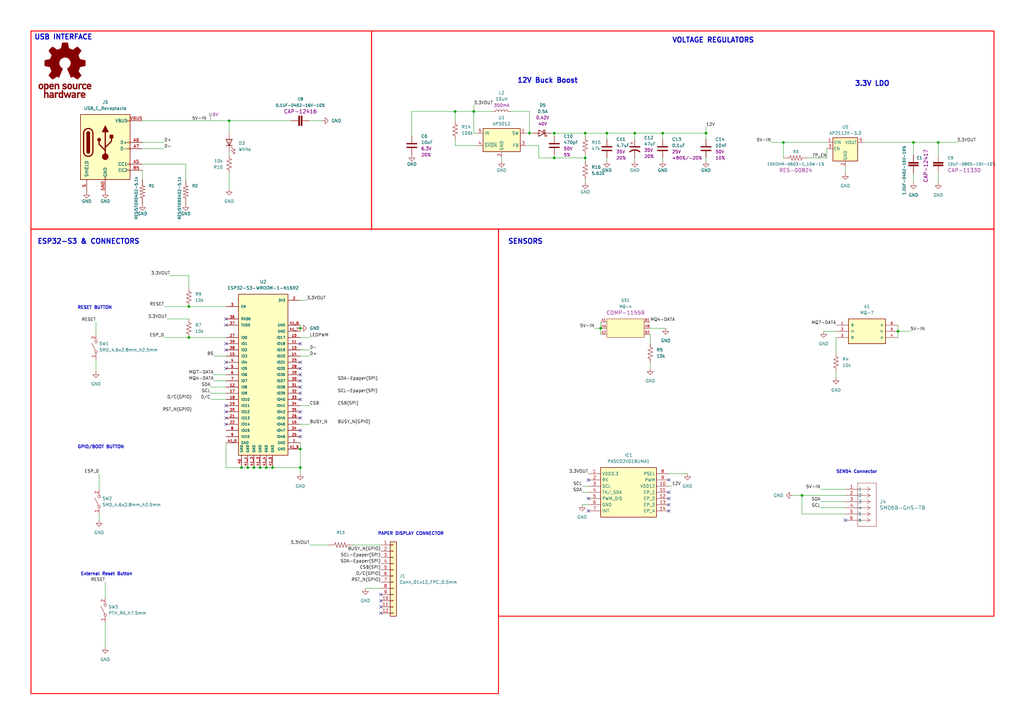
<source format=kicad_sch>
(kicad_sch (version 20230121) (generator eeschema)
  (paper "A3")
  (junction (at 186.69 45.72))
  (junction (at 321.31 58.42))
  (junction (at 123.19 191.77))
  (junction (at 374.65 58.42))
  (junction (at 106.68 191.77))
  (junction (at 368.3 135.89))
  (junction (at 217.17 54.61))
  (junction (at 77.47 138.43))
  (junction (at 123.19 134.62))
  (junction (at 289.56 54.61))
  (junction (at 248.92 54.61))
  (junction (at 109.22 191.77))
  (junction (at 227.33 54.61))
  (junction (at 77.47 125.73))
  (junction (at 111.76 191.77))
  (junction (at 101.6 191.77))
  (junction (at 384.81 58.42))
  (junction (at 328.93 203.2))
  (junction (at 240.03 64.77))
  (junction (at 260.35 54.61))
  (junction (at 194.31 45.72))
  (junction (at 93.98 49.53))
  (junction (at 123.19 184.15))
  (junction (at 104.14 191.77))
  (junction (at 227.33 64.77))
  (junction (at 240.03 54.61))
  (junction (at 246.38 134.62))
  (junction (at 271.78 54.61))
  (junction (at 99.06 191.77))
  (no_connect (at 156.21 251.46))
  (no_connect (at 274.32 209.55))
  (no_connect (at 92.71 166.37))
  (no_connect (at 274.32 201.93))
  (no_connect (at 274.32 207.01))
  (no_connect (at 92.71 140.97))
  (no_connect (at 92.71 133.35))
  (no_connect (at 123.19 151.13))
  (no_connect (at 92.71 148.59))
  (no_connect (at 92.71 173.99))
  (no_connect (at 156.21 243.84))
  (no_connect (at 92.71 151.13))
  (no_connect (at 123.19 156.21))
  (no_connect (at 123.19 153.67))
  (no_connect (at 123.19 176.53))
  (no_connect (at 92.71 130.81))
  (no_connect (at 274.32 196.85))
  (no_connect (at 123.19 171.45))
  (no_connect (at 156.21 248.92))
  (no_connect (at 123.19 158.75))
  (no_connect (at 123.19 161.29))
  (no_connect (at 123.19 140.97))
  (no_connect (at 241.3 196.85))
  (no_connect (at 92.71 168.91))
  (no_connect (at 241.3 209.55))
  (no_connect (at 123.19 148.59))
  (no_connect (at 274.32 204.47))
  (no_connect (at 92.71 143.51))
  (no_connect (at 346.71 213.36))
  (no_connect (at 241.3 204.47))
  (no_connect (at 156.21 246.38))
  (no_connect (at 92.71 171.45))
  (no_connect (at 123.19 168.91))
  (no_connect (at 123.19 179.07))
  (no_connect (at 123.19 163.83))
  (wire (pts (xy 101.6 191.77) (xy 104.14 191.77)))
  (wire (pts (xy 238.76 207.01) (xy 241.3 207.01)))
  (wire (pts (xy 271.78 57.15) (xy 271.78 54.61)))
  (wire (pts (xy 325.12 203.2) (xy 328.93 203.2)))
  (wire (pts (xy 76.2 67.31) (xy 76.2 73.66)))
  (wire (pts (xy 374.65 58.42) (xy 384.81 58.42)))
  (wire (pts (xy 339.09 64.77) (xy 331.47 64.77)))
  (wire (pts (xy 248.92 57.15) (xy 248.92 54.61)))
  (wire (pts (xy 67.31 138.43) (xy 77.47 138.43)))
  (wire (pts (xy 40.64 213.36) (xy 40.64 210.82)))
  (wire (pts (xy 384.81 58.42) (xy 392.43 58.42)))
  (wire (pts (xy 92.71 191.77) (xy 99.06 191.77)))
  (wire (pts (xy 93.98 49.53) (xy 119.38 49.53)))
  (wire (pts (xy 321.31 58.42) (xy 321.31 64.77)))
  (wire (pts (xy 238.76 201.93) (xy 241.3 201.93)))
  (wire (pts (xy 374.65 58.42) (xy 374.65 63.5)))
  (wire (pts (xy 87.63 156.21) (xy 92.71 156.21)))
  (wire (pts (xy 67.31 125.73) (xy 77.47 125.73)))
  (wire (pts (xy 123.19 133.35) (xy 123.19 134.62)))
  (wire (pts (xy 209.55 45.72) (xy 217.17 45.72)))
  (wire (pts (xy 58.42 49.53) (xy 93.98 49.53)))
  (wire (pts (xy 43.18 255.27) (xy 43.18 265.43)))
  (wire (pts (xy 274.32 194.31) (xy 281.94 194.31)))
  (wire (pts (xy 240.03 54.61) (xy 240.03 55.88)))
  (wire (pts (xy 123.19 146.05) (xy 127 146.05)))
  (wire (pts (xy 339.09 60.96) (xy 339.09 64.77)))
  (wire (pts (xy 227.33 54.61) (xy 227.33 55.88)))
  (wire (pts (xy 238.76 199.39) (xy 241.3 199.39)))
  (wire (pts (xy 328.93 210.82) (xy 346.71 210.82)))
  (wire (pts (xy 246.38 134.62) (xy 246.38 137.16)))
  (wire (pts (xy 275.59 199.39) (xy 274.32 199.39)))
  (wire (pts (xy 220.98 59.69) (xy 220.98 64.77)))
  (wire (pts (xy 186.69 57.15) (xy 186.69 59.69)))
  (wire (pts (xy 86.36 161.29) (xy 92.71 161.29)))
  (wire (pts (xy 289.56 54.61) (xy 271.78 54.61)))
  (wire (pts (xy 111.76 191.77) (xy 123.19 191.77)))
  (wire (pts (xy 336.55 208.28) (xy 346.71 208.28)))
  (wire (pts (xy 368.3 135.89) (xy 368.3 138.43)))
  (wire (pts (xy 69.85 113.03) (xy 77.47 113.03)))
  (wire (pts (xy 217.17 45.72) (xy 217.17 54.61)))
  (wire (pts (xy 58.42 69.85) (xy 58.42 73.66)))
  (wire (pts (xy 125.73 123.19) (xy 123.19 123.19)))
  (wire (pts (xy 226.06 54.61) (xy 227.33 54.61)))
  (wire (pts (xy 260.35 66.04) (xy 260.35 64.77)))
  (wire (pts (xy 243.84 134.62) (xy 246.38 134.62)))
  (wire (pts (xy 289.56 57.15) (xy 289.56 54.61)))
  (wire (pts (xy 127 138.43) (xy 123.19 138.43)))
  (wire (pts (xy 321.31 58.42) (xy 339.09 58.42)))
  (wire (pts (xy 260.35 54.61) (xy 248.92 54.61)))
  (wire (pts (xy 186.69 45.72) (xy 194.31 45.72)))
  (wire (pts (xy 384.81 71.12) (xy 384.81 74.93)))
  (wire (pts (xy 328.93 203.2) (xy 346.71 203.2)))
  (wire (pts (xy 194.31 43.18) (xy 194.31 45.72)))
  (wire (pts (xy 328.93 210.82) (xy 328.93 203.2)))
  (wire (pts (xy 374.65 71.12) (xy 374.65 74.93)))
  (wire (pts (xy 106.68 191.77) (xy 109.22 191.77)))
  (wire (pts (xy 149.86 241.3) (xy 156.21 241.3)))
  (wire (pts (xy 217.17 54.61) (xy 218.44 54.61)))
  (wire (pts (xy 40.64 194.31) (xy 40.64 200.66)))
  (wire (pts (xy 93.98 49.53) (xy 93.98 54.61)))
  (wire (pts (xy 43.18 238.76) (xy 43.18 245.11)))
  (wire (pts (xy 289.56 52.07) (xy 289.56 54.61)))
  (wire (pts (xy 227.33 63.5) (xy 227.33 64.77)))
  (wire (pts (xy 316.23 58.42) (xy 321.31 58.42)))
  (wire (pts (xy 123.19 173.99) (xy 127 173.99)))
  (wire (pts (xy 123.19 181.61) (xy 123.19 184.15)))
  (wire (pts (xy 168.91 45.72) (xy 186.69 45.72)))
  (wire (pts (xy 77.47 113.03) (xy 77.47 118.11)))
  (wire (pts (xy 168.91 55.88) (xy 168.91 45.72)))
  (wire (pts (xy 86.36 163.83) (xy 92.71 163.83)))
  (wire (pts (xy 266.7 134.62) (xy 273.05 134.62)))
  (wire (pts (xy 186.69 49.53) (xy 186.69 45.72)))
  (wire (pts (xy 93.98 77.47) (xy 93.98 71.12)))
  (wire (pts (xy 260.35 57.15) (xy 260.35 54.61)))
  (wire (pts (xy 220.98 64.77) (xy 227.33 64.77)))
  (wire (pts (xy 58.42 58.42) (xy 67.31 58.42)))
  (wire (pts (xy 77.47 125.73) (xy 92.71 125.73)))
  (wire (pts (xy 271.78 54.61) (xy 260.35 54.61)))
  (wire (pts (xy 337.82 135.89) (xy 342.9 135.89)))
  (wire (pts (xy 342.9 152.4) (xy 342.9 154.94)))
  (wire (pts (xy 194.31 45.72) (xy 194.31 54.61)))
  (wire (pts (xy 205.74 66.04) (xy 205.74 64.77)))
  (wire (pts (xy 289.56 66.04) (xy 289.56 64.77)))
  (wire (pts (xy 266.7 137.16) (xy 266.7 140.97)))
  (wire (pts (xy 99.06 191.77) (xy 101.6 191.77)))
  (wire (pts (xy 109.22 191.77) (xy 111.76 191.77)))
  (wire (pts (xy 123.19 143.51) (xy 127 143.51)))
  (wire (pts (xy 217.17 54.61) (xy 215.9 54.61)))
  (wire (pts (xy 215.9 59.69) (xy 220.98 59.69)))
  (wire (pts (xy 87.63 146.05) (xy 92.71 146.05)))
  (wire (pts (xy 246.38 132.08) (xy 246.38 134.62)))
  (wire (pts (xy 104.14 191.77) (xy 106.68 191.77)))
  (wire (pts (xy 248.92 66.04) (xy 248.92 64.77)))
  (wire (pts (xy 123.19 166.37) (xy 127 166.37)))
  (wire (pts (xy 227.33 54.61) (xy 240.03 54.61)))
  (wire (pts (xy 266.7 148.59) (xy 266.7 151.13)))
  (wire (pts (xy 368.3 135.89) (xy 373.38 135.89)))
  (wire (pts (xy 39.37 132.08) (xy 39.37 137.16)))
  (wire (pts (xy 271.78 66.04) (xy 271.78 64.77)))
  (wire (pts (xy 87.63 153.67) (xy 92.71 153.67)))
  (wire (pts (xy 127 223.52) (xy 134.62 223.52)))
  (wire (pts (xy 368.3 133.35) (xy 368.3 135.89)))
  (wire (pts (xy 384.81 58.42) (xy 384.81 63.5)))
  (wire (pts (xy 123.19 134.62) (xy 123.19 135.89)))
  (wire (pts (xy 336.55 205.74) (xy 346.71 205.74)))
  (wire (pts (xy 248.92 54.61) (xy 240.03 54.61)))
  (wire (pts (xy 227.33 64.77) (xy 240.03 64.77)))
  (wire (pts (xy 240.03 66.04) (xy 240.03 64.77)))
  (wire (pts (xy 68.58 130.81) (xy 77.47 130.81)))
  (wire (pts (xy 342.9 138.43) (xy 342.9 144.78)))
  (wire (pts (xy 39.37 147.32) (xy 39.37 152.4)))
  (wire (pts (xy 123.19 184.15) (xy 123.19 191.77)))
  (wire (pts (xy 123.19 191.77) (xy 123.19 194.31)))
  (wire (pts (xy 144.78 223.52) (xy 156.21 223.52)))
  (wire (pts (xy 186.69 59.69) (xy 195.58 59.69)))
  (wire (pts (xy 127 49.53) (xy 132.08 49.53)))
  (wire (pts (xy 77.47 138.43) (xy 92.71 138.43)))
  (wire (pts (xy 58.42 67.31) (xy 76.2 67.31)))
  (wire (pts (xy 194.31 45.72) (xy 201.93 45.72)))
  (wire (pts (xy 195.58 54.61) (xy 194.31 54.61)))
  (wire (pts (xy 86.36 158.75) (xy 92.71 158.75)))
  (wire (pts (xy 58.42 60.96) (xy 67.31 60.96)))
  (wire (pts (xy 240.03 64.77) (xy 240.03 63.5)))
  (wire (pts (xy 346.71 68.58) (xy 346.71 71.12)))
  (wire (pts (xy 93.98 63.5) (xy 93.98 62.23)))
  (wire (pts (xy 240.03 74.93) (xy 240.03 73.66)))
  (wire (pts (xy 336.55 200.66) (xy 346.71 200.66)))
  (wire (pts (xy 354.33 58.42) (xy 374.65 58.42)))
  (wire (pts (xy 92.71 181.61) (xy 92.71 191.77)))
  (rectangle (start 12.7 12.7) (end 152.4 93.98) (stroke (width 0.381) (color 255 0 0 1)))
  (rectangle (start 152.4 12.7) (end 407.67 93.98) (stroke (width 0.381) (color 255 0 0 1)))
  (rectangle (start 204.47 93.98) (end 407.67 252.73) (stroke (width 0.381) (color 255 0 0 1)))
  (rectangle (start 12.7 93.98) (end 204.47 284.48) (stroke (width 0.381) (color 255 0 0 1)))
  (text "ESP32-S3 & CONNECTORS\n" (at 15.24 100.33 0) (effects (font (size 2.032 2.032) (thickness 0.4064) bold) (justify left bottom)))
  (text "SENSORS" (at 208.28 100.33 0) (effects (font (size 2.032 2.032) (thickness 0.4064) bold) (justify left bottom)))
  (text "RESET BUTTON\n" (at 31.75 127 0) (effects (font (size 1.27 1.27) (thickness 0.254) bold) (justify left bottom)))
  (text "PAPER DISPLAY CONNECTOR" (at 154.94 219.71 0) (effects (font (size 1.27 1.27) (thickness 0.254) bold) (justify left bottom)))
  (text "External Reset Button" (at 33.02 236.22 0) (effects (font (size 1.27 1.27) (thickness 0.254) bold) (justify left bottom)))
  (text "SEN54 Connector" (at 342.9 194.31 0) (effects (font (size 1.27 1.27) (thickness 0.254) bold) (justify left bottom)))
  (text "VOLTAGE REGULATORS" (at 275.59 17.78 0) (effects (font (size 2.032 2.032) (thickness 0.4064) bold) (justify left bottom)))
  (text "USB INTERFACE" (at 13.97 16.51 0) (effects (font (size 2.032 2.032) (thickness 0.4064) bold) (justify left bottom)))
  (text "12V Buck Boost" (at 212.09 34.29 0) (effects (font (size 2.032 2.032) (thickness 0.4064) bold) (justify left bottom)))
  (text "3.3V LDO " (at 350.52 35.56 0) (effects (font (size 2.032 2.032) (thickness 0.4064) bold) (justify left bottom)))
  (text "GPIO/BOOT BUTTON" (at 31.75 184.15 0) (effects (font (size 1.27 1.27) (thickness 0.254) bold) (justify left bottom)))
  (label "SDA-Epaper(SPI)" (at 156.21 231.14 180))
  (label "BS" (at 87.63 146.05 180))
  (label "CSB" (at 127 166.37 0))
  (label "3.3VOUT" (at 127 223.52 180))
  (label "3.3VOUT" (at 68.58 130.81 180))
  (label "ESP_0" (at 67.31 138.43 180))
  (label "D{slash}C(GPIO)" (at 78.74 163.83 180))
  (label "SDA" (at 86.36 158.75 180))
  (label "5V-IN" (at 243.84 134.62 180))
  (label "MQ4-DATA" (at 266.7 132.08 0))
  (label "D+" (at 127 146.05 0))
  (label "BUSY_N(GPIO)" (at 138.43 173.99 0))
  (label "5V-IN" (at 336.55 200.66 180))
  (label "SCL" (at 86.36 161.29 180))
  (label "3.3VOUT" (at 69.85 113.03 180))
  (label "5V-IN" (at 316.23 58.42 180))
  (label "3.3VOUT" (at 392.43 58.42 0))
  (label "BUSY_N" (at 127 173.99 0))
  (label "D-" (at 127 143.51 0))
  (label "D{slash}C" (at 86.36 163.83 180))
  (label "SDA" (at 336.55 205.74 180))
  (label "D{slash}C(GPIO)" (at 156.21 236.22 180))
  (label "SDA" (at 238.76 201.93 180))
  (label "SDA-Epaper(SPI)" (at 138.43 156.21 0))
  (label "RST_N(GPIO)" (at 156.21 238.76 180))
  (label "SCL-Epaper(SPI)" (at 138.43 161.29 0))
  (label "RESET" (at 43.18 238.76 180))
  (label "ESP_0" (at 40.64 194.31 180))
  (label "CSB(SPI)" (at 138.43 166.37 0))
  (label "D-" (at 67.31 60.96 0))
  (label "5V-IN" (at 373.38 135.89 0))
  (label "SCL" (at 336.55 208.28 180))
  (label "12V" (at 275.59 199.39 0))
  (label "CSB(SPI)" (at 156.21 233.68 180))
  (label "3.3VOUT" (at 194.31 43.18 0))
  (label "MQ7-DATA" (at 87.63 153.67 180))
  (label "RST_N(GPIO)" (at 78.74 168.91 180))
  (label "RESET" (at 39.37 132.08 180))
  (label "3.3VOUT" (at 125.73 123.19 0))
  (label "3.3VOUT" (at 241.3 194.31 180))
  (label "5V-IN" (at 78.74 49.53 0))
  (label "TP_EN" (at 339.09 64.77 180))
  (label "SCL" (at 238.76 199.39 180))
  (label "MQ4-DATA" (at 87.63 156.21 180))
  (label "D+" (at 67.31 58.42 0))
  (label "RESET" (at 67.31 125.73 180))
  (label "MQ7-DATA" (at 342.9 133.35 180))
  (label "BUSY_N(GPIO)" (at 156.21 226.06 180))
  (label "12V" (at 289.56 52.07 0))
  (label "SCL-Epaper(SPI)" (at 156.21 228.6 180))
  (label "LEDPWM" (at 127 138.43 0))
  (netclass_flag "" (length 2.54) (shape round) (at 86.36 49.53 0) (property "Netclass" "5V" (at 87.0585 46.99 0) (effects (font italic) (justify left))))
  (symbol (lib_id "SparkFun-PowerSymbol:GND") (at 260.35 66.04 0) (unit 1)
    (property "Reference" "#PWR036" (effects hide))
    (property "Value" "GND" (at 260.35 69.85 0))
  )
  (symbol (lib_id "SparkFun-Resistors:10KOHM-0603-1_10W-1%") (at 326.39 64.77 0) (unit 1)
    (property "Reference" "R3" (at 326.39 62.23 0) (effects (font (size 1.143 1.143))))
    (property "Value" "10KOHM-0603-1_10W-1%" (at 326.39 67.31 0) (effects (font (size 1.143 1.143))))
    (property "Footprint" "0603" (effects hide))
    (property "Manufacturer PN" "RES-00824" (at 326.39 69.85 0) (effects (font (size 1.524 1.524))))
  )
  (symbol (lib_id "SparkFun-Capacitors:1.0UF-0402-16V-10%") (at 374.65 68.58 0) (unit 1)
    (property "Reference" "C1" (at 375.92 64.77 0) (effects (font (size 1.143 1.143)) (justify left)))
    (property "Value" "1.0UF-0402-16V-10%" (at 370.84 80.01 90) (effects (font (size 1.143 1.143)) (justify left)))
    (property "Footprint" "0402" (effects hide))
    (property "Manufacturer PN" "CAP-12417" (at 379.73 74.93 90) (effects (font (size 1.524 1.524)) (justify left)))
  )
  (symbol (lib_id "PASCO2V01BUMA1:PASCO2V01BUMA1") (at 241.3 194.31 0) (unit 1)
    (property "Reference" "IC1" (at 257.81 186.69 0))
    (property "Value" "PASCO2V01BUMA1" (at 257.81 189.23 0))
    (property "Footprint" "PASCO2V01BUMA1" (effects hide))
    (property "Datasheet" "https://www.infineon.com/dgdl/Infineon-PASCO2V01-DataSheet-v01_00-EN.pdf?fileId=8ac78c8c80027ecd01809278f1af1ba2" (effects hide))
    (property "Height" "7.68" (effects hide))
    (property "Manufacturer_Name" "Infineon" (effects hide))
    (property "Manufacturer_Part_Number" "PASCO2V01BUMA1" (effects hide))
    (property "Mouser Part Number" "726-PASCO2V01BUMA1" (effects hide))
    (property "Mouser Price/Stock" "https://www.mouser.co.uk/ProductDetail/Infineon-Technologies/PASCO2V01BUMA1?qs=tlsG%2FOw5FFi%2F2GzH4aKc4g%3D%3D" (effects hide))
    (property "Arrow Part Number" "PASCO2V01BUMA1" (effects hide))
    (property "Arrow Price/Stock" "https://www.arrow.com/en/products/pasco2v01buma1/infineon-technologies-ag?region=nac" (effects hide))
  )
  (symbol (lib_id "SparkFun-Capacitor:0.1uF_0603_25V_20%") (at 271.78 60.96 0) (unit 1)
    (property "Reference" "C13" (at 275.59 57.15 0) (effects (justify left)))
    (property "Value" "0.1uF" (at 275.59 59.69 0) (effects (justify left)))
    (property "Footprint" "SparkFun-Capacitor:C_0603_1608Metric" (effects hide))
    (property "Datasheet" "https://cdn.sparkfun.com/assets/8/a/4/a/5/Kemet_Capacitor_Datasheet.pdf" (effects hide))
    (property "PROD_ID" "CAP-00810" (effects hide))
    (property "Voltage" "25V" (at 275.59 62.23 0) (effects (justify left)))
    (property "Tolerance" "+80%/-20%" (at 275.59 64.77 0) (effects (justify left)))
  )
  (symbol (lib_id "SparkFun-Switch:SPST_Momentary_PTH_RA_h7.5mm") (at 43.18 250.19 90) (unit 1)
    (property "Reference" "SW3" (at 44.45 248.92 90) (effects (justify right)))
    (property "Value" "PTH_RA_h7.5mm" (at 44.45 251.46 90) (effects (justify right)))
    (property "Footprint" "SparkFun-Switch:Momentary_PTH_RA_8-020_h7.5mm" (effects hide))
    (property "PROD_ID" "SWCH-13896" (effects hide))
  )
  (symbol (lib_id "SparkFun-DiscreteSemi:D_Schottky_0.5A_40V_0.42V") (at 222.25 54.61 180) (unit 1)
    (property "Reference" "D5" (at 222.5675 43.18 0))
    (property "Value" "0.5A" (at 222.5675 45.72 0))
    (property "Footprint" "SparkFun-Semiconductor-Standard:SOD-323" (effects hide))
    (property "Datasheet" "https://assets.nexperia.com/documents/data-sheet/PMEG4005EJ.pdf" (effects hide))
    (property "PROD_ID" "DIO-10955" (effects hide))
    (property "VDrop" "0.42V" (at 222.5675 48.26 0))
    (property "VMax" "40V" (at 222.5675 50.8 0))
  )
  (symbol (lib_id "SparkFun-PowerSymbol:GND") (at 248.92 66.04 0) (unit 1)
    (property "Reference" "#PWR035" (effects hide))
    (property "Value" "GND" (at 248.92 69.85 0))
  )
  (symbol (lib_id "SparkFun-PowerSymbol:GND") (at 205.74 66.04 0) (unit 1)
    (property "Reference" "#PWR033" (effects hide))
    (property "Value" "GND" (at 205.74 69.85 0))
  )
  (symbol (lib_id "power:GND") (at 58.42 83.82 0) (unit 1)
    (property "Reference" "#PWR02" (effects hide))
    (property "Value" "GND" (at 58.42 87.63 0))
  )
  (symbol (lib_id "power:GND") (at 35.56 78.74 0) (unit 1)
    (property "Reference" "#PWR027" (effects hide))
    (property "Value" "GND" (at 35.56 82.55 0))
  )
  (symbol (lib_id "SparkFun-Resistor:10k_0402") (at 342.9 148.59 0) (unit 1)
    (property "Reference" "R4" (at 345.44 147.32 0) (effects (justify left)))
    (property "Value" "10k" (at 345.44 149.86 0) (effects (justify left)))
    (property "Footprint" "SparkFun-Resistor:R_0402_1005Metric" (effects hide))
    (property "Datasheet" "https://www.vishay.com/docs/20035/dcrcwe3.pdf" (effects hide))
    (property "PROD_ID" "RES-14241" (effects hide))
  )
  (symbol (lib_id "SparkFun-Aesthetic:OSHW_Logo") (at 26.67 33.02 0) (unit 1) (in_bom no)
    (property "Reference" "G1" (effects hide))
    (property "Value" "OSHW_Logo" (effects hide))
    (property "Footprint" "SparkFun-Aesthetic:Creative_Commons_License" (effects hide))
  )
  (symbol (lib_id "SparkFun-IC-Power:AP3012") (at 205.74 57.15 0) (unit 1)
    (property "Reference" "U1" (at 205.74 48.26 0))
    (property "Value" "AP3012" (at 205.74 50.8 0))
    (property "Footprint" "SparkFun-Semiconductor-Standard:SOT23-5" (effects hide))
    (property "Datasheet" "https://www.diodes.com/assets/Datasheets/AP3012.pdf" (effects hide))
    (property "PROD_ID" "VREG-13911" (effects hide))
  )
  (symbol (lib_id "SparkFun-Resistor:47k_0603") (at 240.03 59.69 90) (unit 1)
    (property "Reference" "R15" (at 242.57 58.42 90) (effects (justify right)))
    (property "Value" "47k" (at 242.57 60.96 90) (effects (justify right)))
    (property "Footprint" "SparkFun-Resistor:R_0603_1608Metric" (effects hide))
    (property "Datasheet" "https://www.vishay.com/docs/20035/dcrcwe3.pdf" (effects hide))
    (property "PROD_ID" "RES-07871" (effects hide))
  )
  (symbol (lib_id "power:GND") (at 43.18 265.43 0) (unit 1)
    (property "Reference" "#PWR08" (effects hide))
    (property "Value" "GND" (at 43.18 270.51 0))
  )
  (symbol (lib_id "power:GND") (at 40.64 213.36 0) (unit 1)
    (property "Reference" "#PWR029" (effects hide))
    (property "Value" "GND" (at 40.64 218.44 0))
  )
  (symbol (lib_id "power:GND") (at 76.2 83.82 0) (unit 1)
    (property "Reference" "#PWR03" (effects hide))
    (property "Value" "GND" (at 76.2 87.63 0))
  )
  (symbol (lib_id "power:GND") (at 123.19 134.62 90) (unit 1)
    (property "Reference" "#PWR021" (effects hide))
    (property "Value" "GND" (at 127 134.62 90) (effects (justify right)))
  )
  (symbol (lib_id "power:GND") (at 132.08 49.53 90) (unit 1)
    (property "Reference" "#PWR05" (effects hide))
    (property "Value" "GND" (at 135.89 49.53 90) (effects (justify right)))
  )
  (symbol (lib_id "SparkFun-Coil:10uH_0805_0.35A") (at 205.74 45.72 0) (unit 1)
    (property "Reference" "L2" (at 205.74 38.1 0))
    (property "Value" "10uH" (at 205.74 40.64 0))
    (property "Footprint" "SparkFun-Capacitor:C_0805_2012Metric" (effects hide))
    (property "PROD_ID" "NDUC-19198" (effects hide))
    (property "Current" "350mA" (at 205.74 43.18 0))
  )
  (symbol (lib_id "power:GND") (at 325.12 203.2 270) (unit 1)
    (property "Reference" "#PWR026" (effects hide))
    (property "Value" "GND" (at 321.31 203.2 90) (effects (justify right)))
  )
  (symbol (lib_id "SparkFun-PowerSymbol:GND") (at 240.03 74.93 0) (unit 1)
    (property "Reference" "#PWR034" (effects hide))
    (property "Value" "GND" (at 240.03 78.74 0))
  )
  (symbol (lib_id "SparkFun-Resistor:10k_0402") (at 93.98 67.31 180) (unit 1)
    (property "Reference" "R10" (at 91.44 68.58 0) (effects (justify left)))
    (property "Value" "10k" (at 91.44 66.04 0) (effects (justify left)))
    (property "Footprint" "SparkFun-Resistor:R_0402_1005Metric" (effects hide))
    (property "Datasheet" "https://www.vishay.com/docs/20035/dcrcwe3.pdf" (effects hide))
    (property "PROD_ID" "RES-14241" (effects hide))
  )
  (symbol (lib_id "SparkFun-PowerSymbol:GND") (at 168.91 63.5 0) (unit 1)
    (property "Reference" "#PWR031" (effects hide))
    (property "Value" "GND" (at 168.91 67.31 0))
  )
  (symbol (lib_name "RESISTOR0402_2") (lib_id "SparkFun-Resistors:RESISTOR0402") (at 139.7 223.52 0) (unit 1)
    (property "Reference" "R13" (at 139.7 218.44 0) (effects (font (size 1.143 1.143))))
    (property "Value" "RESISTOR0402-120 ohm" (effects hide))
    (property "Footprint" "0402" (effects hide))
    (property " " " " (at 139.7 219.71 0) (effects (font (size 1.524 1.524))))
  )
  (symbol (lib_id "SparkFun-Resistor:5.62k_0603") (at 240.03 69.85 90) (unit 1)
    (property "Reference" "R16" (at 242.57 68.58 90) (effects (justify right)))
    (property "Value" "5.62k" (at 242.57 71.12 90) (effects (justify right)))
    (property "Footprint" "SparkFun-Resistor:R_0603_1608Metric" (effects hide))
    (property "Datasheet" "https://www.vishay.com/docs/20035/dcrcwe3.pdf" (effects hide))
    (property "PROD_ID" "RES-09823" (effects hide))
  )
  (symbol (lib_id "power:GND") (at 266.7 151.13 0) (unit 1)
    (property "Reference" "#PWR018" (effects hide))
    (property "Value" "GND" (at 266.7 156.21 0))
  )
  (symbol (lib_id "power:GND") (at 43.18 78.74 0) (unit 1)
    (property "Reference" "#PWR04" (effects hide))
    (property "Value" "GND" (at 43.18 82.55 0))
  )
  (symbol (lib_id "SparkFun-Switch:SPST_Momentary_SMD_4.6x2.8mm_h2.5mm") (at 39.37 142.24 90) (unit 1)
    (property "Reference" "SW1" (at 40.64 140.97 90) (effects (justify right)))
    (property "Value" "SMD_4.6x2.8mm_h2.5mm" (at 40.64 143.51 90) (effects (justify right)))
    (property "Footprint" "SparkFun-Switch:Momentary_SMD_4.6x2.8mm_h2.5mm" (effects hide))
    (property "PROD_ID" "SWCH-15606" (effects hide))
  )
  (symbol (lib_id "power:GND") (at 123.19 194.31 0) (unit 1)
    (property "Reference" "#PWR012" (effects hide))
    (property "Value" "GND" (at 123.19 199.39 0))
  )
  (symbol (lib_id "power:GND") (at 149.86 241.3 0) (unit 1)
    (property "Reference" "#PWR030" (effects hide))
    (property "Value" "GND" (at 149.86 246.38 0))
  )
  (symbol (lib_id "SparkFun-Resistor:10k_0402") (at 77.47 121.92 0) (unit 1)
    (property "Reference" "R9" (at 80.01 120.65 0) (effects (justify left)))
    (property "Value" "10k" (at 80.01 123.19 0) (effects (justify left)))
    (property "Footprint" "SparkFun-Resistor:R_0402_1005Metric" (effects hide))
    (property "Datasheet" "https://www.vishay.com/docs/20035/dcrcwe3.pdf" (effects hide))
    (property "PROD_ID" "RES-14241" (effects hide))
  )
  (symbol (lib_id "power:GND") (at 39.37 152.4 0) (unit 1)
    (property "Reference" "#PWR025" (effects hide))
    (property "Value" "GND" (at 39.37 157.48 0))
  )
  (symbol (lib_id "SparkFun-Capacitor:4.7uF_0603_35V_20%") (at 248.92 60.96 0) (unit 1)
    (property "Reference" "C11" (at 252.73 57.15 0) (effects (justify left)))
    (property "Value" "4.7uF" (at 252.73 59.69 0) (effects (justify left)))
    (property "Footprint" "SparkFun-Capacitor:C_0603_1608Metric" (effects hide))
    (property "Datasheet" "https://cdn.sparkfun.com/assets/8/a/4/a/5/Kemet_Capacitor_Datasheet.pdf" (effects hide))
    (property "PROD_ID" "CAP-14106" (effects hide))
    (property "Voltage" "35V" (at 252.73 62.23 0) (effects (justify left)))
    (property "Tolerance" "20%" (at 252.73 64.77 0) (effects (justify left)))
  )
  (symbol (lib_id "SparkFun-Resistor:10k_0402") (at 77.47 134.62 0) (unit 1)
    (property "Reference" "R7" (at 80.01 133.35 0) (effects (justify left)))
    (property "Value" "10k" (at 80.01 135.89 0) (effects (justify left)))
    (property "Footprint" "SparkFun-Resistor:R_0402_1005Metric" (effects hide))
    (property "Datasheet" "https://www.vishay.com/docs/20035/dcrcwe3.pdf" (effects hide))
    (property "PROD_ID" "RES-14241" (effects hide))
  )
  (symbol (lib_id "ESP32-S3-WROOM-1-N16R2:ESP32-S3-WROOM-1-N16R2") (at 107.95 153.67 0) (unit 1)
    (property "Reference" "U2" (at 107.95 115.57 0))
    (property "Value" "ESP32-S3-WROOM-1-N16R2" (at 107.95 118.11 0))
    (property "Footprint" "ESP32-S3-WROOM-1-N16R2:XCVR_ESP32-S3-WROOM-1-N16R2" (effects hide))
    (property "MF" "Espressif Systems" (effects hide))
    (property "MAXIMUM_PACKAGE_HEIGHT" "3.25mm" (effects hide))
    (property "Package" "NON STANDARD Espressif Systems" (effects hide))
    (property "Price" "None" (effects hide))
    (property "Check_prices" "https://www.snapeda.com/parts/ESP32-S3-WROOM-1-N16R2/Espressif+Systems/view-part/?ref=eda" (effects hide))
    (property "STANDARD" "Manufacturer Recommendations" (effects hide))
    (property "PARTREV" "v1.0" (effects hide))
    (property "SnapEDA_Link" "https://www.snapeda.com/parts/ESP32-S3-WROOM-1-N16R2/Espressif+Systems/view-part/?ref=snap" (effects hide))
    (property "MP" "ESP32-S3-WROOM-1-N16R2" (effects hide))
    (property "Purchase-URL" "https://www.snapeda.com/api/url_track_click_mouser/?unipart_id=11099128&manufacturer=Espressif Systems&part_name=ESP32-S3-WROOM-1-N16R2&search_term=esp32-s3" (effects hide))
    (property "Description" "\nBluetooth, WiFi 802.11b/g/n, Bluetooth v5.0 Transceiver Module 2.4GHz PCB Trace Surface Mount\n" (effects hide))
    (property "Availability" "In Stock" (effects hide))
    (property "MANUFACTURER" "Espressif" (effects hide))
  )
  (symbol (lib_name "RESISTOR0402_1") (lib_id "SparkFun-Resistors:RESISTOR0402") (at 76.2 78.74 90) (unit 1)
    (property "Reference" "R2" (at 78.74 76.2 90) (effects (font (size 1.143 1.143)) (justify right)))
    (property "Value" "RESISTOR0402-5.1k" (at 73.66 72.39 0) (effects (font (size 1.143 1.143)) (justify right)))
    (property "Footprint" "0402" (effects hide))
    (property "Manufacturer PN" " " (at 78.74 81.28 90) (effects (font (size 1.524 1.524)) (justify right)))
  )
  (symbol (lib_id "MQ-7:MQ-7") (at 355.6 135.89 0) (unit 1)
    (property "Reference" "A1" (at 355.6 125.73 0))
    (property "Value" "MQ-7" (at 355.6 128.27 0))
    (property "Footprint" "MQ-7:XDCR_MQ-7" (effects hide))
    (property "MF" "Hanwei Electronics Co., Ltd" (effects hide))
    (property "MAXIMUM_PACKAGE_HEIGHT" "10 mm" (effects hide))
    (property "Package" "Package" (effects hide))
    (property "Price" "None" (effects hide))
    (property "Check_prices" "https://www.snapeda.com/parts/MQ-7/Hanwei+Electronics+Co.%252C+Ltd/view-part/?ref=eda" (effects hide))
    (property "STANDARD" "Manufacturer Recommendations" (effects hide))
    (property "PARTREV" "N/A" (effects hide))
    (property "SnapEDA_Link" "https://www.snapeda.com/parts/MQ-7/Hanwei+Electronics+Co.%252C+Ltd/view-part/?ref=snap" (effects hide))
    (property "MP" "MQ-7" (effects hide))
    (property "Description" "\nGas Sensor, High sensitivity to carbon monoxide\n" (effects hide))
    (property "Availability" "Not in stock" (effects hide))
    (property "MANUFACTURER" "Hanwei Electronics" (effects hide))
  )
  (symbol (lib_id "SparkFun-Connector:USB_C_Receptacle") (at 43.18 58.42 0) (unit 1)
    (property "Reference" "J5" (at 43.18 41.91 0))
    (property "Value" "USB_C_Receptacle" (at 43.18 44.45 0))
    (property "Footprint" "SparkFun-Connector:USB-C-16P" (effects hide))
    (property "Datasheet" "https://www.usb.org/sites/default/files/documents/usb_type-c.zip" (effects hide))
    (property "PROD_ID" "CONN-14122" (effects hide))
  )
  (symbol (lib_id "SparkFun-Capacitor:470pF_0603_50V_10%") (at 227.33 59.69 0) (unit 1)
    (property "Reference" "C10" (at 231.14 55.88 0) (effects (justify left)))
    (property "Value" "470pF" (at 231.14 58.42 0) (effects (justify left)))
    (property "Footprint" "SparkFun-Capacitor:C_0603_1608Metric" (effects hide))
    (property "Datasheet" "https://cdn.sparkfun.com/assets/8/a/4/a/5/Kemet_Capacitor_Datasheet.pdf" (effects hide))
    (property "PROD_ID" "CAP-07884" (effects hide))
    (property "Voltage" "50V" (at 231.14 60.96 0) (effects (justify left)))
    (property "Tolerance" "5%" (at 231.14 63.5 0) (effects (justify left)))
  )
  (symbol (lib_id "SparkFun-LED:LED_White_0603") (at 93.98 58.42 90) (unit 1)
    (property "Reference" "D3" (at 97.79 58.7375 90) (effects (justify right)))
    (property "Value" "White" (at 97.79 61.2775 90) (effects (justify right)))
    (property "Footprint" "SparkFun-LED:LED_0603_1608Metric" (effects hide))
    (property "Datasheet" "https://www.qt-brightek.com/datasheet/QBLP601_series.pdf" (effects hide))
    (property "PROD_ID" "DIO-09004" (effects hide))
  )
  (symbol (lib_id "SparkFun-Capacitor:47uF_35V_20%") (at 260.35 60.96 0) (unit 1)
    (property "Reference" "C12" (at 264.16 56.515 0) (effects (justify left)))
    (property "Value" "47uF" (at 264.16 59.055 0) (effects (justify left)))
    (property "Footprint" "SparkFun-Capacitor:PANASONIC_D" (effects hide))
    (property "Datasheet" "https://industrial.panasonic.com/cdbs/www-data/pdf/RDE0000/ABA0000C1181.pdf" (effects hide))
    (property "PROD_ID" "CAP-08478" (effects hide))
    (property "Voltage" "35V" (at 264.16 61.595 0) (effects (justify left)))
    (property "Tolerance" "20%" (at 264.16 64.135 0) (effects (justify left)))
  )
  (symbol (lib_id "SparkFun-PowerSymbol:GND") (at 289.56 66.04 0) (unit 1)
    (property "Reference" "#PWR038" (effects hide))
    (property "Value" "GND" (at 289.56 69.85 0))
  )
  (symbol (lib_id "SparkFun-Connector:Conn_01x12_FPC_0.5mm") (at 161.29 236.22 0) (unit 1)
    (property "Reference" "J1" (at 163.83 236.22 0) (effects (justify left)))
    (property "Value" "Conn_01x12_FPC_0.5mm" (at 163.83 238.76 0) (effects (justify left)))
    (property "Footprint" "SparkFun-Connector:FPC_12_0.5MM" (effects hide))
  )
  (symbol (lib_id "power:GND") (at 342.9 154.94 0) (unit 1)
    (property "Reference" "#PWR013" (effects hide))
    (property "Value" "GND" (at 342.9 160.02 0))
  )
  (symbol (lib_id "power:GND") (at 238.76 207.01 0) (unit 1)
    (property "Reference" "#PWR020" (effects hide))
    (property "Value" "GND" (at 238.76 212.09 0))
  )
  (symbol (lib_id "SparkFun-Resistor:10k_0402") (at 266.7 144.78 0) (unit 1)
    (property "Reference" "R5" (at 269.24 143.51 0) (effects (justify left)))
    (property "Value" "10k" (at 269.24 146.05 0) (effects (justify left)))
    (property "Footprint" "SparkFun-Resistor:R_0402_1005Metric" (effects hide))
    (property "Datasheet" "https://www.vishay.com/docs/20035/dcrcwe3.pdf" (effects hide))
    (property "PROD_ID" "RES-14241" (effects hide))
  )
  (symbol (lib_id "SparkFun-Resistors:RESISTOR0402") (at 58.42 78.74 90) (unit 1)
    (property "Reference" "R1" (at 60.96 76.2 90) (effects (font (size 1.143 1.143)) (justify right)))
    (property "Value" "RESISTOR0402-5.1k" (at 55.88 72.39 0) (effects (font (size 1.143 1.143)) (justify right)))
    (property "Footprint" "0402" (effects hide))
    (property "Manufacturer PN" " " (at 60.96 81.28 90) (effects (font (size 1.524 1.524)) (justify right)))
  )
  (symbol (lib_id "SparkFun-Regulator:AP2112K-3.3") (at 346.71 60.96 0) (unit 1)
    (property "Reference" "U5" (at 346.71 52.07 0))
    (property "Value" "AP2112K-3.3" (at 346.71 54.61 0))
    (property "Footprint" "SparkFun-Semiconductor-Standard:SOT23-5" (effects hide))
    (property "Datasheet" "https://www.diodes.com/assets/Datasheets/AP2112.pdf" (effects hide))
    (property "PROD_ID" "VREG-12457" (effects hide))
  )
  (symbol (lib_id "SparkFun-Sensors:GAS_SENSORMQ-4") (at 256.54 135.89 0) (unit 1)
    (property "Reference" "GS1" (at 256.54 123.19 0) (effects (font (size 1.143 1.143))))
    (property "Value" "MQ-4" (at 256.54 125.73 0) (effects (font (size 1.143 1.143))))
    (property "Footprint" "GAS_SENSOR" (effects hide))
    (property "Manufacturer PN" "COMP-11559" (at 256.54 128.27 0) (effects (font (size 1.524 1.524))))
  )
  (symbol (lib_id "power:GND") (at 346.71 71.12 0) (unit 1)
    (property "Reference" "#PWR015" (effects hide))
    (property "Value" "GND" (at 346.71 76.2 0))
  )
  (symbol (lib_id "SparkFun-Capacitor:10uF_0603_6.3V_20%") (at 168.91 59.69 0) (unit 1)
    (property "Reference" "C6" (at 172.72 55.88 0) (effects (justify left)))
    (property "Value" "10uF" (at 172.72 58.42 0) (effects (justify left)))
    (property "Footprint" "SparkFun-Capacitor:C_0603_1608Metric" (effects hide))
    (property "Datasheet" "https://cdn.sparkfun.com/assets/8/a/4/a/5/Kemet_Capacitor_Datasheet.pdf" (effects hide))
    (property "PROD_ID" "CAP-11015" (effects hide))
    (property "Voltage" "6.3V" (at 172.72 60.96 0) (effects (justify left)))
    (property "Tolerance" "20%" (at 172.72 63.5 0) (effects (justify left)))
  )
  (symbol (lib_id "power:GND") (at 337.82 135.89 0) (unit 1)
    (property "Reference" "#PWR014" (effects hide))
    (property "Value" "GND" (at 337.82 140.97 0))
  )
  (symbol (lib_id "SparkFun-Capacitors:10UF-0805-10V-10%") (at 384.81 68.58 0) (unit 1)
    (property "Reference" "C9" (at 388.62 64.77 0) (effects (font (size 1.143 1.143)) (justify left)))
    (property "Value" "10UF-0805-10V-10%" (at 388.62 67.31 0) (effects (font (size 1.143 1.143)) (justify left)))
    (property "Footprint" "0805" (effects hide))
    (property "Manufacturer PN" "CAP-11330" (at 388.62 69.85 0) (effects (font (size 1.524 1.524)) (justify left)))
  )
  (symbol (lib_id "SparkFun-PowerSymbol:GND") (at 271.78 66.04 0) (unit 1)
    (property "Reference" "#PWR037" (effects hide))
    (property "Value" "GND" (at 271.78 69.85 0))
  )
  (symbol (lib_id "SparkFun-Capacitor:10nF_0603_50V_10%") (at 289.56 60.96 0) (unit 1)
    (property "Reference" "C14" (at 293.37 57.15 0) (effects (justify left)))
    (property "Value" "10nF" (at 293.37 59.69 0) (effects (justify left)))
    (property "Footprint" "SparkFun-Capacitor:C_0603_1608Metric" (effects hide))
    (property "Datasheet" "https://cdn.sparkfun.com/assets/8/a/4/a/5/Kemet_Capacitor_Datasheet.pdf" (effects hide))
    (property "PROD_ID" "CAP-00867" (effects hide))
    (property "Voltage" "50V" (at 293.37 62.23 0) (effects (justify left)))
    (property "Tolerance" "10%" (at 293.37 64.77 0) (effects (justify left)))
  )
  (symbol (lib_id "SM06B-GHS-TB:SM06B-GHS-TB") (at 346.71 200.66 0) (unit 1)
    (property "Reference" "J4" (at 360.68 205.74 0) (effects (font (size 1.524 1.524)) (justify left)))
    (property "Value" "SM06B-GHS-TB" (at 360.68 208.28 0) (effects (font (size 1.524 1.524)) (justify left)))
    (property "Footprint" "CONN_SM06B-GHS-TB_JST" (effects hide))
    (property "Datasheet" "SM06B-GHS-TB" (effects hide))
  )
  (symbol (lib_id "power:GND") (at 374.65 74.93 0) (unit 1)
    (property "Reference" "#PWR016" (effects hide))
    (property "Value" "GND" (at 374.65 80.01 0))
  )
  (symbol (lib_id "SparkFun-Resistor:100k_0603") (at 186.69 53.34 90) (unit 1)
    (property "Reference" "R14" (at 189.23 52.07 90) (effects (justify right)))
    (property "Value" "100k" (at 189.23 54.61 90) (effects (justify right)))
    (property "Footprint" "SparkFun-Resistor:R_0603_1608Metric" (effects hide))
    (property "Datasheet" "https://www.vishay.com/docs/20035/dcrcwe3.pdf" (effects hide))
    (property "PROD_ID" "RES-07828" (effects hide))
  )
  (symbol (lib_id "SparkFun-Capacitors:0.1UF-0402-16V-10%") (at 121.92 49.53 270) (unit 1)
    (property "Reference" "C8" (at 123.19 40.64 90) (effects (font (size 1.143 1.143))))
    (property "Value" "0.1UF-0402-16V-10%" (at 123.19 43.18 90) (effects (font (size 1.143 1.143))))
    (property "Footprint" "0402" (effects hide))
    (property "Manufacturer PN" "CAP-12416" (at 123.19 45.72 90) (effects (font (size 1.524 1.524))))
  )
  (symbol (lib_id "power:GND") (at 384.81 74.93 0) (unit 1)
    (property "Reference" "#PWR028" (effects hide))
    (property "Value" "GND" (at 384.81 80.01 0))
  )
  (symbol (lib_id "SparkFun-Switch:SPST_Momentary_SMD_4.6x2.8mm_h2.5mm") (at 40.64 205.74 90) (unit 1)
    (property "Reference" "SW2" (at 41.91 204.47 90) (effects (justify right)))
    (property "Value" "SMD_4.6x2.8mm_h2.5mm" (at 41.91 207.01 90) (effects (justify right)))
    (property "Footprint" "SparkFun-Switch:Momentary_SMD_4.6x2.8mm_h2.5mm" (effects hide))
    (property "PROD_ID" "SWCH-15606" (effects hide))
  )
  (symbol (lib_id "power:GND") (at 281.94 194.31 0) (unit 1)
    (property "Reference" "#PWR019" (effects hide))
    (property "Value" "GND" (at 281.94 199.39 0))
  )
  (symbol (lib_id "power:GND") (at 93.98 77.47 0) (unit 1)
    (property "Reference" "#PWR06" (effects hide))
    (property "Value" "GND" (at 93.98 82.55 0))
  )
  (symbol (lib_id "power:GND") (at 273.05 134.62 0) (unit 1)
    (property "Reference" "#PWR017" (effects hide))
    (property "Value" "GND" (at 273.05 139.7 0))
  )
)
</source>
